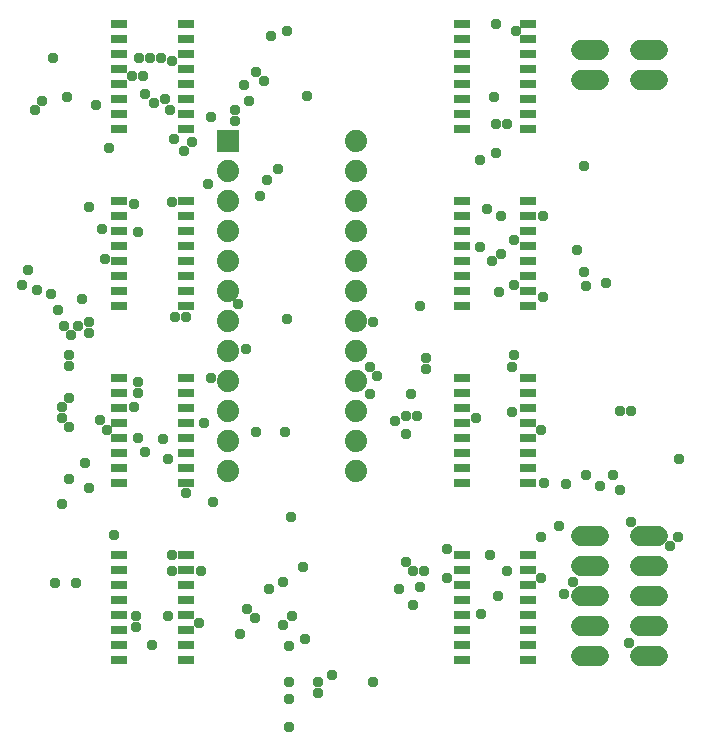
<source format=gbr>
G04 EAGLE Gerber RS-274X export*
G75*
%MOMM*%
%FSLAX34Y34*%
%LPD*%
%INSoldermask Bottom*%
%IPPOS*%
%AMOC8*
5,1,8,0,0,1.08239X$1,22.5*%
G01*
%ADD10C,1.727200*%
%ADD11R,1.403200X0.803200*%
%ADD12R,1.879600X1.879600*%
%ADD13C,1.879600*%
%ADD14C,0.959600*%


D10*
X557620Y597300D02*
X542380Y597300D01*
X542380Y622700D02*
X557620Y622700D01*
X557620Y109200D02*
X542380Y109200D01*
X542380Y134600D02*
X557620Y134600D01*
X557620Y160000D02*
X542380Y160000D01*
X542380Y185400D02*
X557620Y185400D01*
X557620Y210800D02*
X542380Y210800D01*
X507620Y597300D02*
X492380Y597300D01*
X492380Y622700D02*
X507620Y622700D01*
X507620Y109200D02*
X492380Y109200D01*
X492380Y134600D02*
X507620Y134600D01*
X507620Y160000D02*
X492380Y160000D01*
X492380Y185400D02*
X507620Y185400D01*
X507620Y210800D02*
X492380Y210800D01*
D11*
X158000Y644450D03*
X158000Y631750D03*
X158000Y619050D03*
X158000Y606350D03*
X158000Y593650D03*
X158000Y580950D03*
X158000Y568250D03*
X158000Y555550D03*
X102000Y555550D03*
X102000Y568250D03*
X102000Y580950D03*
X102000Y593650D03*
X102000Y606350D03*
X102000Y619050D03*
X102000Y631750D03*
X102000Y644450D03*
X158000Y494450D03*
X158000Y481750D03*
X158000Y469050D03*
X158000Y456350D03*
X158000Y443650D03*
X158000Y430950D03*
X158000Y418250D03*
X158000Y405550D03*
X102000Y405550D03*
X102000Y418250D03*
X102000Y430950D03*
X102000Y443650D03*
X102000Y456350D03*
X102000Y469050D03*
X102000Y481750D03*
X102000Y494450D03*
X158000Y344450D03*
X158000Y331750D03*
X158000Y319050D03*
X158000Y306350D03*
X158000Y293650D03*
X158000Y280950D03*
X158000Y268250D03*
X158000Y255550D03*
X102000Y255550D03*
X102000Y268250D03*
X102000Y280950D03*
X102000Y293650D03*
X102000Y306350D03*
X102000Y319050D03*
X102000Y331750D03*
X102000Y344450D03*
X158000Y194450D03*
X158000Y181750D03*
X158000Y169050D03*
X158000Y156350D03*
X158000Y143650D03*
X158000Y130950D03*
X158000Y118250D03*
X158000Y105550D03*
X102000Y105550D03*
X102000Y118250D03*
X102000Y130950D03*
X102000Y143650D03*
X102000Y156350D03*
X102000Y169050D03*
X102000Y181750D03*
X102000Y194450D03*
X448000Y644450D03*
X448000Y631750D03*
X448000Y619050D03*
X448000Y606350D03*
X448000Y593650D03*
X448000Y580950D03*
X448000Y568250D03*
X448000Y555550D03*
X392000Y555550D03*
X392000Y568250D03*
X392000Y580950D03*
X392000Y593650D03*
X392000Y606350D03*
X392000Y619050D03*
X392000Y631750D03*
X392000Y644450D03*
X448000Y494450D03*
X448000Y481750D03*
X448000Y469050D03*
X448000Y456350D03*
X448000Y443650D03*
X448000Y430950D03*
X448000Y418250D03*
X448000Y405550D03*
X392000Y405550D03*
X392000Y418250D03*
X392000Y430950D03*
X392000Y443650D03*
X392000Y456350D03*
X392000Y469050D03*
X392000Y481750D03*
X392000Y494450D03*
X448000Y344450D03*
X448000Y331750D03*
X448000Y319050D03*
X448000Y306350D03*
X448000Y293650D03*
X448000Y280950D03*
X448000Y268250D03*
X448000Y255550D03*
X392000Y255550D03*
X392000Y268250D03*
X392000Y280950D03*
X392000Y293650D03*
X392000Y306350D03*
X392000Y319050D03*
X392000Y331750D03*
X392000Y344450D03*
X448000Y194450D03*
X448000Y181750D03*
X448000Y169050D03*
X448000Y156350D03*
X448000Y143650D03*
X448000Y130950D03*
X448000Y118250D03*
X448000Y105550D03*
X392000Y105550D03*
X392000Y118250D03*
X392000Y130950D03*
X392000Y143650D03*
X392000Y156350D03*
X392000Y169050D03*
X392000Y181750D03*
X392000Y194450D03*
D12*
X194250Y545600D03*
D13*
X194250Y520200D03*
X194250Y494800D03*
X194250Y469400D03*
X194250Y444000D03*
X194250Y418600D03*
X194250Y393200D03*
X194250Y367800D03*
X194250Y342400D03*
X194250Y317000D03*
X194250Y291600D03*
X194250Y266200D03*
X302200Y266200D03*
X302200Y291600D03*
X302200Y317000D03*
X302200Y342400D03*
X302200Y367800D03*
X302200Y393200D03*
X302200Y418600D03*
X302200Y444000D03*
X302200Y469400D03*
X302200Y494800D03*
X302200Y520200D03*
X302200Y545600D03*
D14*
X89916Y445008D03*
X86868Y470916D03*
X408432Y144780D03*
X115824Y143256D03*
X240792Y172212D03*
X117348Y341376D03*
X114300Y320040D03*
X91440Y300228D03*
X344424Y312420D03*
X344424Y297180D03*
X117348Y467868D03*
X147828Y547116D03*
X228600Y166116D03*
X115824Y134112D03*
X495300Y524256D03*
X460248Y413004D03*
X461772Y256032D03*
X131064Y577596D03*
X92964Y539496D03*
X158496Y246888D03*
X420624Y644652D03*
X350520Y152400D03*
X350520Y181356D03*
X335280Y307848D03*
X181356Y239268D03*
X208788Y368808D03*
X435864Y364236D03*
X420624Y559308D03*
X434340Y315468D03*
X420624Y534924D03*
X236220Y521208D03*
X227076Y512064D03*
X30480Y571500D03*
X36576Y579120D03*
X118872Y615696D03*
X45720Y615696D03*
X19812Y423672D03*
X137160Y615696D03*
X121920Y600456D03*
X82296Y576072D03*
X57912Y582168D03*
X123444Y585216D03*
X140208Y580644D03*
X144780Y571500D03*
X114300Y492252D03*
X156972Y536448D03*
X163068Y544068D03*
X146304Y493776D03*
X179832Y565404D03*
X199644Y562356D03*
X211836Y579120D03*
X207264Y592836D03*
X117348Y332232D03*
X202692Y406908D03*
X217932Y603504D03*
X158496Y396240D03*
X220980Y498348D03*
X224028Y595884D03*
X149352Y396240D03*
X176784Y509016D03*
X199644Y571500D03*
X260604Y583692D03*
X123444Y281940D03*
X138684Y292608D03*
X143256Y275844D03*
X117348Y294132D03*
X97536Y211836D03*
X146304Y195072D03*
X59436Y259080D03*
X59436Y303276D03*
X170688Y181356D03*
X53340Y237744D03*
X53340Y310896D03*
X85344Y309372D03*
X169164Y137160D03*
X47244Y170688D03*
X53340Y320040D03*
X143256Y143256D03*
X65532Y170688D03*
X59436Y327660D03*
X146304Y181356D03*
X129540Y118872D03*
X413004Y487680D03*
X316992Y391668D03*
X217932Y298704D03*
X437388Y638556D03*
X243840Y638556D03*
X146304Y612648D03*
X76200Y489204D03*
X76200Y391668D03*
X32004Y419100D03*
X50292Y402336D03*
X54864Y388620D03*
X24384Y435864D03*
X44196Y416052D03*
X76200Y382524D03*
X173736Y306324D03*
X73152Y272796D03*
X59436Y355092D03*
X406908Y528828D03*
X243840Y394716D03*
X179832Y344424D03*
X76200Y251460D03*
X59436Y364236D03*
X419100Y582168D03*
X230124Y633984D03*
X128016Y615696D03*
X112776Y600456D03*
X60960Y381000D03*
X429768Y559308D03*
X70104Y411480D03*
X67056Y388620D03*
X425196Y481584D03*
X534924Y316992D03*
X576072Y275844D03*
X435864Y461772D03*
X525780Y316992D03*
X525780Y249936D03*
X460248Y481584D03*
X489204Y452628D03*
X245364Y48768D03*
X425196Y449580D03*
X313944Y353568D03*
X242316Y298704D03*
X406908Y455676D03*
X356616Y405384D03*
X204216Y128016D03*
X417576Y443484D03*
X320040Y345948D03*
X210312Y149352D03*
X435864Y423672D03*
X361188Y361188D03*
X216408Y141732D03*
X423672Y417576D03*
X313944Y330708D03*
X246888Y227076D03*
X353568Y312420D03*
X338328Y166116D03*
X245364Y73152D03*
X458724Y300228D03*
X356616Y167640D03*
X281940Y92964D03*
X434340Y353568D03*
X361188Y352044D03*
X257556Y184404D03*
X403860Y310896D03*
X348996Y330708D03*
X245364Y86868D03*
X480060Y254508D03*
X458724Y210312D03*
X458724Y175260D03*
X574548Y210312D03*
X533400Y120396D03*
X269748Y77724D03*
X534924Y222504D03*
X316992Y86868D03*
X269748Y86868D03*
X473964Y219456D03*
X359664Y181356D03*
X344424Y188976D03*
X245364Y117348D03*
X416052Y195072D03*
X379476Y199644D03*
X248412Y143256D03*
X429768Y181356D03*
X379476Y175260D03*
X259080Y123444D03*
X240792Y135636D03*
X422148Y160020D03*
X496824Y262128D03*
X496824Y422148D03*
X486156Y172212D03*
X519684Y262128D03*
X513588Y425196D03*
X478536Y161544D03*
X509016Y252984D03*
X495300Y434340D03*
X568452Y202692D03*
M02*

</source>
